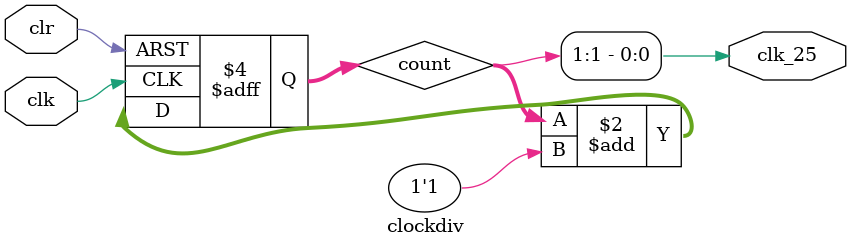
<source format=v>
module clockdiv(
  input clk,
  input clr,
  output clk_25

);
  reg[1:0]count;
  initial count<=0;
  always @(posedge clk or posedge clr)
    begin
      if(clr)
      count<=0;
      else count<=count+1'b1;
    end

  assign clk_25 =count[1];
endmodule


</source>
